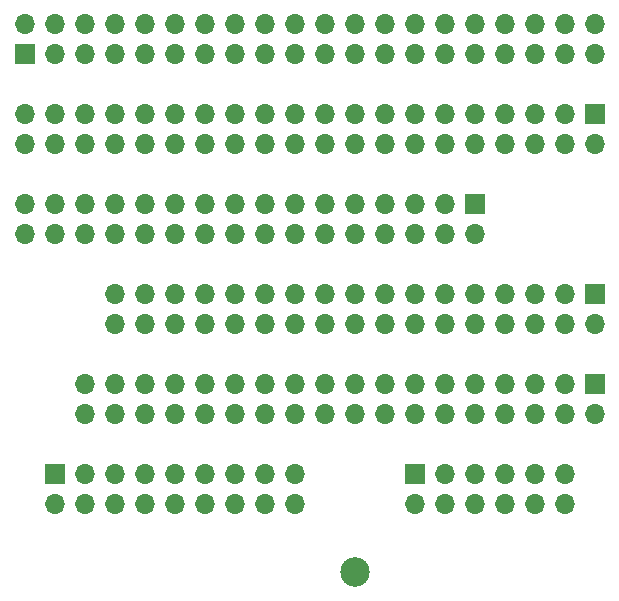
<source format=gbs>
G04 #@! TF.GenerationSoftware,KiCad,Pcbnew,6.0.9-8da3e8f707~116~ubuntu20.04.1*
G04 #@! TF.CreationDate,2022-12-14T15:49:57+01:00*
G04 #@! TF.ProjectId,z_adaptor,7a5f6164-6170-4746-9f72-2e6b69636164,rev?*
G04 #@! TF.SameCoordinates,Original*
G04 #@! TF.FileFunction,Soldermask,Bot*
G04 #@! TF.FilePolarity,Negative*
%FSLAX46Y46*%
G04 Gerber Fmt 4.6, Leading zero omitted, Abs format (unit mm)*
G04 Created by KiCad (PCBNEW 6.0.9-8da3e8f707~116~ubuntu20.04.1) date 2022-12-14 15:49:57*
%MOMM*%
%LPD*%
G01*
G04 APERTURE LIST*
%ADD10R,1.700000X1.700000*%
%ADD11O,1.700000X1.700000*%
%ADD12C,2.500000*%
G04 APERTURE END LIST*
D10*
X162560000Y-73660000D03*
D11*
X162560000Y-76200000D03*
X160020000Y-73660000D03*
X160020000Y-76200000D03*
X157480000Y-73660000D03*
X157480000Y-76200000D03*
X154940000Y-73660000D03*
X154940000Y-76200000D03*
X152400000Y-73660000D03*
X152400000Y-76200000D03*
X149860000Y-73660000D03*
X149860000Y-76200000D03*
X147320000Y-73660000D03*
X147320000Y-76200000D03*
X144780000Y-73660000D03*
X144780000Y-76200000D03*
X142240000Y-73660000D03*
X142240000Y-76200000D03*
X139700000Y-73660000D03*
X139700000Y-76200000D03*
X137160000Y-73660000D03*
X137160000Y-76200000D03*
X134620000Y-73660000D03*
X134620000Y-76200000D03*
X132080000Y-73660000D03*
X132080000Y-76200000D03*
X129540000Y-73660000D03*
X129540000Y-76200000D03*
X127000000Y-73660000D03*
X127000000Y-76200000D03*
X124460000Y-73660000D03*
X124460000Y-76200000D03*
X121920000Y-73660000D03*
X121920000Y-76200000D03*
X119380000Y-73660000D03*
X119380000Y-76200000D03*
D12*
X142240000Y-89535000D03*
D10*
X162560000Y-50800000D03*
D11*
X162560000Y-53340000D03*
X160020000Y-50800000D03*
X160020000Y-53340000D03*
X157480000Y-50800000D03*
X157480000Y-53340000D03*
X154940000Y-50800000D03*
X154940000Y-53340000D03*
X152400000Y-50800000D03*
X152400000Y-53340000D03*
X149860000Y-50800000D03*
X149860000Y-53340000D03*
X147320000Y-50800000D03*
X147320000Y-53340000D03*
X144780000Y-50800000D03*
X144780000Y-53340000D03*
X142240000Y-50800000D03*
X142240000Y-53340000D03*
X139700000Y-50800000D03*
X139700000Y-53340000D03*
X137160000Y-50800000D03*
X137160000Y-53340000D03*
X134620000Y-50800000D03*
X134620000Y-53340000D03*
X132080000Y-50800000D03*
X132080000Y-53340000D03*
X129540000Y-50800000D03*
X129540000Y-53340000D03*
X127000000Y-50800000D03*
X127000000Y-53340000D03*
X124460000Y-50800000D03*
X124460000Y-53340000D03*
X121920000Y-50800000D03*
X121920000Y-53340000D03*
X119380000Y-50800000D03*
X119380000Y-53340000D03*
X116840000Y-50800000D03*
X116840000Y-53340000D03*
X114300000Y-50800000D03*
X114300000Y-53340000D03*
D10*
X147320000Y-81280000D03*
D11*
X147320000Y-83820000D03*
X149860000Y-81280000D03*
X149860000Y-83820000D03*
X152400000Y-81280000D03*
X152400000Y-83820000D03*
X154940000Y-81280000D03*
X154940000Y-83820000D03*
X157480000Y-81280000D03*
X157480000Y-83820000D03*
X160020000Y-81280000D03*
X160020000Y-83820000D03*
D10*
X116840000Y-81280000D03*
D11*
X116840000Y-83820000D03*
X119380000Y-81280000D03*
X119380000Y-83820000D03*
X121920000Y-81280000D03*
X121920000Y-83820000D03*
X124460000Y-81280000D03*
X124460000Y-83820000D03*
X127000000Y-81280000D03*
X127000000Y-83820000D03*
X129540000Y-81280000D03*
X129540000Y-83820000D03*
X132080000Y-81280000D03*
X132080000Y-83820000D03*
X134620000Y-81280000D03*
X134620000Y-83820000D03*
X137160000Y-81280000D03*
X137160000Y-83820000D03*
D10*
X162560000Y-66040000D03*
D11*
X162560000Y-68580000D03*
X160020000Y-66040000D03*
X160020000Y-68580000D03*
X157480000Y-66040000D03*
X157480000Y-68580000D03*
X154940000Y-66040000D03*
X154940000Y-68580000D03*
X152400000Y-66040000D03*
X152400000Y-68580000D03*
X149860000Y-66040000D03*
X149860000Y-68580000D03*
X147320000Y-66040000D03*
X147320000Y-68580000D03*
X144780000Y-66040000D03*
X144780000Y-68580000D03*
X142240000Y-66040000D03*
X142240000Y-68580000D03*
X139700000Y-66040000D03*
X139700000Y-68580000D03*
X137160000Y-66040000D03*
X137160000Y-68580000D03*
X134620000Y-66040000D03*
X134620000Y-68580000D03*
X132080000Y-66040000D03*
X132080000Y-68580000D03*
X129540000Y-66040000D03*
X129540000Y-68580000D03*
X127000000Y-66040000D03*
X127000000Y-68580000D03*
X124460000Y-66040000D03*
X124460000Y-68580000D03*
X121920000Y-66040000D03*
X121920000Y-68580000D03*
D10*
X152400000Y-58420000D03*
D11*
X152400000Y-60960000D03*
X149860000Y-58420000D03*
X149860000Y-60960000D03*
X147320000Y-58420000D03*
X147320000Y-60960000D03*
X144780000Y-58420000D03*
X144780000Y-60960000D03*
X142240000Y-58420000D03*
X142240000Y-60960000D03*
X139700000Y-58420000D03*
X139700000Y-60960000D03*
X137160000Y-58420000D03*
X137160000Y-60960000D03*
X134620000Y-58420000D03*
X134620000Y-60960000D03*
X132080000Y-58420000D03*
X132080000Y-60960000D03*
X129540000Y-58420000D03*
X129540000Y-60960000D03*
X127000000Y-58420000D03*
X127000000Y-60960000D03*
X124460000Y-58420000D03*
X124460000Y-60960000D03*
X121920000Y-58420000D03*
X121920000Y-60960000D03*
X119380000Y-58420000D03*
X119380000Y-60960000D03*
X116840000Y-58420000D03*
X116840000Y-60960000D03*
X114300000Y-58420000D03*
X114300000Y-60960000D03*
D10*
X114300000Y-45720000D03*
D11*
X114300000Y-43180000D03*
X116840000Y-45720000D03*
X116840000Y-43180000D03*
X119380000Y-45720000D03*
X119380000Y-43180000D03*
X121920000Y-45720000D03*
X121920000Y-43180000D03*
X124460000Y-45720000D03*
X124460000Y-43180000D03*
X127000000Y-45720000D03*
X127000000Y-43180000D03*
X129540000Y-45720000D03*
X129540000Y-43180000D03*
X132080000Y-45720000D03*
X132080000Y-43180000D03*
X134620000Y-45720000D03*
X134620000Y-43180000D03*
X137160000Y-45720000D03*
X137160000Y-43180000D03*
X139700000Y-45720000D03*
X139700000Y-43180000D03*
X142240000Y-45720000D03*
X142240000Y-43180000D03*
X144780000Y-45720000D03*
X144780000Y-43180000D03*
X147320000Y-45720000D03*
X147320000Y-43180000D03*
X149860000Y-45720000D03*
X149860000Y-43180000D03*
X152400000Y-45720000D03*
X152400000Y-43180000D03*
X154940000Y-45720000D03*
X154940000Y-43180000D03*
X157480000Y-45720000D03*
X157480000Y-43180000D03*
X160020000Y-45720000D03*
X160020000Y-43180000D03*
X162560000Y-45720000D03*
X162560000Y-43180000D03*
M02*

</source>
